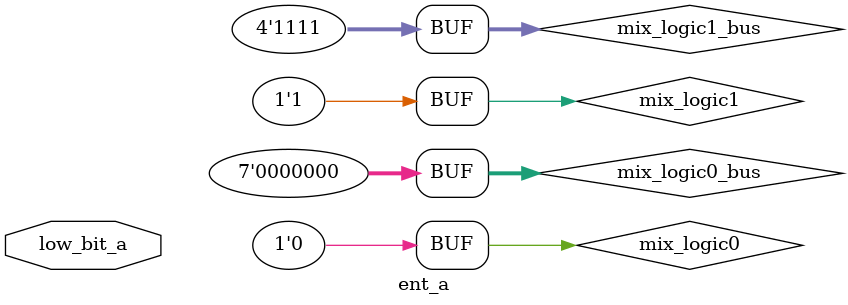
<source format=v>


`timescale 1ns/10ps


	// No user `defines in this module


module ent_a
//
// Generated module inst_a
//
		(
		low_bit_a	// Ground bit port
		);
	// Generated Module Inputs:
		input		low_bit_a;
	// Generated Wires:
		wire		low_bit_a;
// End of generated module header


	// Internal signals

		//
		// Generated Signal List
		//
			wire		mix_logic1; 
			wire	[3:0]	mix_logic1_bus; 
			wire  mix_logic0; 
			wire	[6:0]	mix_logic0_bus; 
			wire	[3:0]	part_zero; 
		//
		// End of Generated Signal List
		//


	// %COMPILER_OPTS%

	// Generated Signal Assignments
			assign mix_logic1 = 1'b1;
			assign mix_logic1_bus = 4'b1111;
			assign mix_logic0 = 1'b0;
			assign mix_logic0_bus = 7'b0000000;




	//
	// Generated Instances
	// wiring ...

	// Generated Instances and Port Mappings
		// Generated Instance Port Map for inst_aa
		ent_aa inst_aa (

			.high_bus_3_0(mix_logic1_bus),	// Ground wire_low port
			.low_bit_aa(mix_logic0),	// Ground bit port
			.mix_logic0_bus(mix_logic0_bus[3:0]),	// Ground portWide low portWire two bits to low
			.mix_logic1(mix_logic1),	//  Wire bit to high
			.part_zero(part_zero)	// Wire two bits to port
		);
		// End of Generated Instance Port Map for inst_aa

		// Generated Instance Port Map for inst_ab
		ent_ab inst_ab (
			.low_bus_6_0(mix_logic0_bus),	// Ground portWide low portWire two bits to low
			.port_part_zero_u({ 2'b00, part_zero[3:2] }) // 	// Ground portWide low portWire two bits to low // 	// Wire two bits to port // __I_COMBINE_SPLICES
		);
		// End of Generated Instance Port Map for inst_ab

		// Generated Instance Port Map for inst_ac
		ent_ac inst_ac (

		);
		// End of Generated Instance Port Map for inst_ac

		// Generated Instance Port Map for inst_ad
		ent_ad inst_ad (

		);
		// End of Generated Instance Port Map for inst_ad

		// Generated Instance Port Map for inst_ae
		ent_ae inst_ae (

		);
		// End of Generated Instance Port Map for inst_ae



endmodule
//
// End of Generated Module rtl of ent_a
//
//
//!End of Module/s
// --------------------------------------------------------------

</source>
